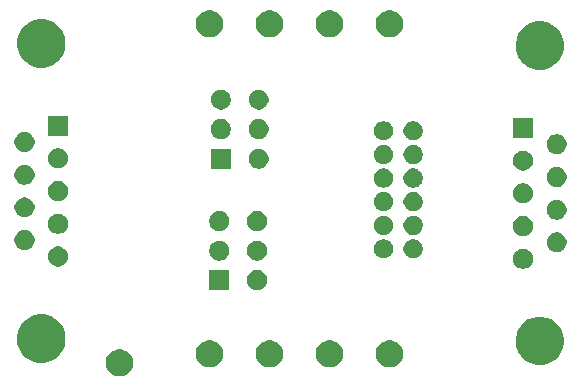
<source format=gbr>
G04 #@! TF.GenerationSoftware,KiCad,Pcbnew,(5.0.1)-rc2*
G04 #@! TF.CreationDate,2019-06-29T00:56:30-07:00*
G04 #@! TF.ProjectId,DB9_Switcher,4442395F53776974636865722E6B6963,rev?*
G04 #@! TF.SameCoordinates,Original*
G04 #@! TF.FileFunction,Soldermask,Top*
G04 #@! TF.FilePolarity,Negative*
%FSLAX46Y46*%
G04 Gerber Fmt 4.6, Leading zero omitted, Abs format (unit mm)*
G04 Created by KiCad (PCBNEW (5.0.1)-rc2) date 6/29/2019 12:56:30 AM*
%MOMM*%
%LPD*%
G01*
G04 APERTURE LIST*
%ADD10C,0.100000*%
G04 APERTURE END LIST*
D10*
G36*
X131653734Y-94651232D02*
X131863202Y-94737996D01*
X132051723Y-94863962D01*
X132212038Y-95024277D01*
X132338004Y-95212798D01*
X132424768Y-95422266D01*
X132469000Y-95644635D01*
X132469000Y-95871365D01*
X132424768Y-96093734D01*
X132338004Y-96303202D01*
X132212038Y-96491723D01*
X132051723Y-96652038D01*
X131863202Y-96778004D01*
X131653734Y-96864768D01*
X131431365Y-96909000D01*
X131204635Y-96909000D01*
X130982266Y-96864768D01*
X130772798Y-96778004D01*
X130584277Y-96652038D01*
X130423962Y-96491723D01*
X130297996Y-96303202D01*
X130211232Y-96093734D01*
X130167000Y-95871365D01*
X130167000Y-95644635D01*
X130211232Y-95422266D01*
X130297996Y-95212798D01*
X130423962Y-95024277D01*
X130584277Y-94863962D01*
X130772798Y-94737996D01*
X130982266Y-94651232D01*
X131204635Y-94607000D01*
X131431365Y-94607000D01*
X131653734Y-94651232D01*
X131653734Y-94651232D01*
G37*
G36*
X154513734Y-93889232D02*
X154723202Y-93975996D01*
X154911723Y-94101962D01*
X155072038Y-94262277D01*
X155198004Y-94450798D01*
X155284768Y-94660266D01*
X155329000Y-94882635D01*
X155329000Y-95109365D01*
X155284768Y-95331734D01*
X155198004Y-95541202D01*
X155072038Y-95729723D01*
X154911723Y-95890038D01*
X154723202Y-96016004D01*
X154513734Y-96102768D01*
X154291365Y-96147000D01*
X154064635Y-96147000D01*
X153842266Y-96102768D01*
X153632798Y-96016004D01*
X153444277Y-95890038D01*
X153283962Y-95729723D01*
X153157996Y-95541202D01*
X153071232Y-95331734D01*
X153027000Y-95109365D01*
X153027000Y-94882635D01*
X153071232Y-94660266D01*
X153157996Y-94450798D01*
X153283962Y-94262277D01*
X153444277Y-94101962D01*
X153632798Y-93975996D01*
X153842266Y-93889232D01*
X154064635Y-93845000D01*
X154291365Y-93845000D01*
X154513734Y-93889232D01*
X154513734Y-93889232D01*
G37*
G36*
X139273734Y-93889232D02*
X139483202Y-93975996D01*
X139671723Y-94101962D01*
X139832038Y-94262277D01*
X139958004Y-94450798D01*
X140044768Y-94660266D01*
X140089000Y-94882635D01*
X140089000Y-95109365D01*
X140044768Y-95331734D01*
X139958004Y-95541202D01*
X139832038Y-95729723D01*
X139671723Y-95890038D01*
X139483202Y-96016004D01*
X139273734Y-96102768D01*
X139051365Y-96147000D01*
X138824635Y-96147000D01*
X138602266Y-96102768D01*
X138392798Y-96016004D01*
X138204277Y-95890038D01*
X138043962Y-95729723D01*
X137917996Y-95541202D01*
X137831232Y-95331734D01*
X137787000Y-95109365D01*
X137787000Y-94882635D01*
X137831232Y-94660266D01*
X137917996Y-94450798D01*
X138043962Y-94262277D01*
X138204277Y-94101962D01*
X138392798Y-93975996D01*
X138602266Y-93889232D01*
X138824635Y-93845000D01*
X139051365Y-93845000D01*
X139273734Y-93889232D01*
X139273734Y-93889232D01*
G37*
G36*
X149433734Y-93889232D02*
X149643202Y-93975996D01*
X149831723Y-94101962D01*
X149992038Y-94262277D01*
X150118004Y-94450798D01*
X150204768Y-94660266D01*
X150249000Y-94882635D01*
X150249000Y-95109365D01*
X150204768Y-95331734D01*
X150118004Y-95541202D01*
X149992038Y-95729723D01*
X149831723Y-95890038D01*
X149643202Y-96016004D01*
X149433734Y-96102768D01*
X149211365Y-96147000D01*
X148984635Y-96147000D01*
X148762266Y-96102768D01*
X148552798Y-96016004D01*
X148364277Y-95890038D01*
X148203962Y-95729723D01*
X148077996Y-95541202D01*
X147991232Y-95331734D01*
X147947000Y-95109365D01*
X147947000Y-94882635D01*
X147991232Y-94660266D01*
X148077996Y-94450798D01*
X148203962Y-94262277D01*
X148364277Y-94101962D01*
X148552798Y-93975996D01*
X148762266Y-93889232D01*
X148984635Y-93845000D01*
X149211365Y-93845000D01*
X149433734Y-93889232D01*
X149433734Y-93889232D01*
G37*
G36*
X144353734Y-93889232D02*
X144563202Y-93975996D01*
X144751723Y-94101962D01*
X144912038Y-94262277D01*
X145038004Y-94450798D01*
X145124768Y-94660266D01*
X145169000Y-94882635D01*
X145169000Y-95109365D01*
X145124768Y-95331734D01*
X145038004Y-95541202D01*
X144912038Y-95729723D01*
X144751723Y-95890038D01*
X144563202Y-96016004D01*
X144353734Y-96102768D01*
X144131365Y-96147000D01*
X143904635Y-96147000D01*
X143682266Y-96102768D01*
X143472798Y-96016004D01*
X143284277Y-95890038D01*
X143123962Y-95729723D01*
X142997996Y-95541202D01*
X142911232Y-95331734D01*
X142867000Y-95109365D01*
X142867000Y-94882635D01*
X142911232Y-94660266D01*
X142997996Y-94450798D01*
X143123962Y-94262277D01*
X143284277Y-94101962D01*
X143472798Y-93975996D01*
X143682266Y-93889232D01*
X143904635Y-93845000D01*
X144131365Y-93845000D01*
X144353734Y-93889232D01*
X144353734Y-93889232D01*
G37*
G36*
X167499252Y-91950318D02*
X167499254Y-91950319D01*
X167499255Y-91950319D01*
X167872513Y-92104927D01*
X167872514Y-92104928D01*
X168208439Y-92329386D01*
X168494114Y-92615061D01*
X168494116Y-92615064D01*
X168718573Y-92950987D01*
X168873181Y-93324245D01*
X168873182Y-93324248D01*
X168952000Y-93720493D01*
X168952000Y-94124507D01*
X168887097Y-94450798D01*
X168873181Y-94520755D01*
X168718573Y-94894013D01*
X168718572Y-94894014D01*
X168494114Y-95229939D01*
X168208439Y-95515614D01*
X168208436Y-95515616D01*
X167872513Y-95740073D01*
X167499255Y-95894681D01*
X167499254Y-95894681D01*
X167499252Y-95894682D01*
X167103007Y-95973500D01*
X166698993Y-95973500D01*
X166302748Y-95894682D01*
X166302746Y-95894681D01*
X166302745Y-95894681D01*
X165929487Y-95740073D01*
X165593564Y-95515616D01*
X165593561Y-95515614D01*
X165307886Y-95229939D01*
X165083428Y-94894014D01*
X165083427Y-94894013D01*
X164928819Y-94520755D01*
X164914904Y-94450798D01*
X164850000Y-94124507D01*
X164850000Y-93720493D01*
X164928818Y-93324248D01*
X164928819Y-93324245D01*
X165083427Y-92950987D01*
X165307884Y-92615064D01*
X165307886Y-92615061D01*
X165593561Y-92329386D01*
X165929486Y-92104928D01*
X165929487Y-92104927D01*
X166302745Y-91950319D01*
X166302746Y-91950319D01*
X166302748Y-91950318D01*
X166698993Y-91871500D01*
X167103007Y-91871500D01*
X167499252Y-91950318D01*
X167499252Y-91950318D01*
G37*
G36*
X125289252Y-91759818D02*
X125289254Y-91759819D01*
X125289255Y-91759819D01*
X125662513Y-91914427D01*
X125716229Y-91950319D01*
X125998439Y-92138886D01*
X126284114Y-92424561D01*
X126284116Y-92424564D01*
X126508573Y-92760487D01*
X126587480Y-92950986D01*
X126663182Y-93133748D01*
X126742000Y-93529993D01*
X126742000Y-93934007D01*
X126708592Y-94101962D01*
X126663181Y-94330255D01*
X126508573Y-94703513D01*
X126381285Y-94894013D01*
X126284114Y-95039439D01*
X125998439Y-95325114D01*
X125998436Y-95325116D01*
X125662513Y-95549573D01*
X125289255Y-95704181D01*
X125289254Y-95704181D01*
X125289252Y-95704182D01*
X124893007Y-95783000D01*
X124488993Y-95783000D01*
X124092748Y-95704182D01*
X124092746Y-95704181D01*
X124092745Y-95704181D01*
X123719487Y-95549573D01*
X123383564Y-95325116D01*
X123383561Y-95325114D01*
X123097886Y-95039439D01*
X123000715Y-94894013D01*
X122873427Y-94703513D01*
X122718819Y-94330255D01*
X122673409Y-94101962D01*
X122640000Y-93934007D01*
X122640000Y-93529993D01*
X122718818Y-93133748D01*
X122794520Y-92950986D01*
X122873427Y-92760487D01*
X123097884Y-92424564D01*
X123097886Y-92424561D01*
X123383561Y-92138886D01*
X123665771Y-91950319D01*
X123719487Y-91914427D01*
X124092745Y-91759819D01*
X124092746Y-91759819D01*
X124092748Y-91759818D01*
X124488993Y-91681000D01*
X124893007Y-91681000D01*
X125289252Y-91759818D01*
X125289252Y-91759818D01*
G37*
G36*
X140614500Y-89624000D02*
X138912500Y-89624000D01*
X138912500Y-87922000D01*
X140614500Y-87922000D01*
X140614500Y-89624000D01*
X140614500Y-89624000D01*
G37*
G36*
X143211728Y-87954703D02*
X143366600Y-88018853D01*
X143505981Y-88111985D01*
X143624515Y-88230519D01*
X143717647Y-88369900D01*
X143781797Y-88524772D01*
X143814500Y-88689184D01*
X143814500Y-88856816D01*
X143781797Y-89021228D01*
X143717647Y-89176100D01*
X143624515Y-89315481D01*
X143505981Y-89434015D01*
X143366600Y-89527147D01*
X143211728Y-89591297D01*
X143047316Y-89624000D01*
X142879684Y-89624000D01*
X142715272Y-89591297D01*
X142560400Y-89527147D01*
X142421019Y-89434015D01*
X142302485Y-89315481D01*
X142209353Y-89176100D01*
X142145203Y-89021228D01*
X142112500Y-88856816D01*
X142112500Y-88689184D01*
X142145203Y-88524772D01*
X142209353Y-88369900D01*
X142302485Y-88230519D01*
X142421019Y-88111985D01*
X142560400Y-88018853D01*
X142715272Y-87954703D01*
X142879684Y-87922000D01*
X143047316Y-87922000D01*
X143211728Y-87954703D01*
X143211728Y-87954703D01*
G37*
G36*
X165729228Y-86144203D02*
X165884100Y-86208353D01*
X166023481Y-86301485D01*
X166142015Y-86420019D01*
X166235147Y-86559400D01*
X166299297Y-86714272D01*
X166332000Y-86878684D01*
X166332000Y-87046316D01*
X166299297Y-87210728D01*
X166235147Y-87365600D01*
X166142015Y-87504981D01*
X166023481Y-87623515D01*
X165884100Y-87716647D01*
X165729228Y-87780797D01*
X165564816Y-87813500D01*
X165397184Y-87813500D01*
X165232772Y-87780797D01*
X165077900Y-87716647D01*
X164938519Y-87623515D01*
X164819985Y-87504981D01*
X164726853Y-87365600D01*
X164662703Y-87210728D01*
X164630000Y-87046316D01*
X164630000Y-86878684D01*
X164662703Y-86714272D01*
X164726853Y-86559400D01*
X164819985Y-86420019D01*
X164938519Y-86301485D01*
X165077900Y-86208353D01*
X165232772Y-86144203D01*
X165397184Y-86111500D01*
X165564816Y-86111500D01*
X165729228Y-86144203D01*
X165729228Y-86144203D01*
G37*
G36*
X126359228Y-85953703D02*
X126514100Y-86017853D01*
X126653481Y-86110985D01*
X126772015Y-86229519D01*
X126865147Y-86368900D01*
X126929297Y-86523772D01*
X126962000Y-86688184D01*
X126962000Y-86855816D01*
X126929297Y-87020228D01*
X126865147Y-87175100D01*
X126772015Y-87314481D01*
X126653481Y-87433015D01*
X126514100Y-87526147D01*
X126359228Y-87590297D01*
X126194816Y-87623000D01*
X126027184Y-87623000D01*
X125862772Y-87590297D01*
X125707900Y-87526147D01*
X125568519Y-87433015D01*
X125449985Y-87314481D01*
X125356853Y-87175100D01*
X125292703Y-87020228D01*
X125260000Y-86855816D01*
X125260000Y-86688184D01*
X125292703Y-86523772D01*
X125356853Y-86368900D01*
X125449985Y-86229519D01*
X125568519Y-86110985D01*
X125707900Y-86017853D01*
X125862772Y-85953703D01*
X126027184Y-85921000D01*
X126194816Y-85921000D01*
X126359228Y-85953703D01*
X126359228Y-85953703D01*
G37*
G36*
X143211728Y-85454703D02*
X143366600Y-85518853D01*
X143505981Y-85611985D01*
X143624515Y-85730519D01*
X143717647Y-85869900D01*
X143781797Y-86024772D01*
X143814500Y-86189184D01*
X143814500Y-86356816D01*
X143781797Y-86521228D01*
X143717647Y-86676100D01*
X143624515Y-86815481D01*
X143505981Y-86934015D01*
X143366600Y-87027147D01*
X143211728Y-87091297D01*
X143047316Y-87124000D01*
X142879684Y-87124000D01*
X142715272Y-87091297D01*
X142560400Y-87027147D01*
X142421019Y-86934015D01*
X142302485Y-86815481D01*
X142209353Y-86676100D01*
X142145203Y-86521228D01*
X142112500Y-86356816D01*
X142112500Y-86189184D01*
X142145203Y-86024772D01*
X142209353Y-85869900D01*
X142302485Y-85730519D01*
X142421019Y-85611985D01*
X142560400Y-85518853D01*
X142715272Y-85454703D01*
X142879684Y-85422000D01*
X143047316Y-85422000D01*
X143211728Y-85454703D01*
X143211728Y-85454703D01*
G37*
G36*
X140011728Y-85454703D02*
X140166600Y-85518853D01*
X140305981Y-85611985D01*
X140424515Y-85730519D01*
X140517647Y-85869900D01*
X140581797Y-86024772D01*
X140614500Y-86189184D01*
X140614500Y-86356816D01*
X140581797Y-86521228D01*
X140517647Y-86676100D01*
X140424515Y-86815481D01*
X140305981Y-86934015D01*
X140166600Y-87027147D01*
X140011728Y-87091297D01*
X139847316Y-87124000D01*
X139679684Y-87124000D01*
X139515272Y-87091297D01*
X139360400Y-87027147D01*
X139221019Y-86934015D01*
X139102485Y-86815481D01*
X139009353Y-86676100D01*
X138945203Y-86521228D01*
X138912500Y-86356816D01*
X138912500Y-86189184D01*
X138945203Y-86024772D01*
X139009353Y-85869900D01*
X139102485Y-85730519D01*
X139221019Y-85611985D01*
X139360400Y-85518853D01*
X139515272Y-85454703D01*
X139679684Y-85422000D01*
X139847316Y-85422000D01*
X140011728Y-85454703D01*
X140011728Y-85454703D01*
G37*
G36*
X156407142Y-85346742D02*
X156555102Y-85408030D01*
X156622130Y-85452817D01*
X156688257Y-85497001D01*
X156801499Y-85610243D01*
X156818193Y-85635228D01*
X156890470Y-85743398D01*
X156951758Y-85891358D01*
X156983000Y-86048425D01*
X156983000Y-86208575D01*
X156951758Y-86365642D01*
X156890470Y-86513602D01*
X156801498Y-86646758D01*
X156688258Y-86759998D01*
X156555102Y-86848970D01*
X156407142Y-86910258D01*
X156250075Y-86941500D01*
X156089925Y-86941500D01*
X155932858Y-86910258D01*
X155784898Y-86848970D01*
X155651742Y-86759998D01*
X155538502Y-86646758D01*
X155449530Y-86513602D01*
X155388242Y-86365642D01*
X155357000Y-86208575D01*
X155357000Y-86048425D01*
X155388242Y-85891358D01*
X155449530Y-85743398D01*
X155521807Y-85635228D01*
X155538501Y-85610243D01*
X155651743Y-85497001D01*
X155717870Y-85452817D01*
X155784898Y-85408030D01*
X155932858Y-85346742D01*
X156089925Y-85315500D01*
X156250075Y-85315500D01*
X156407142Y-85346742D01*
X156407142Y-85346742D01*
G37*
G36*
X153907142Y-85346742D02*
X154055102Y-85408030D01*
X154122130Y-85452817D01*
X154188257Y-85497001D01*
X154301499Y-85610243D01*
X154318193Y-85635228D01*
X154390470Y-85743398D01*
X154451758Y-85891358D01*
X154483000Y-86048425D01*
X154483000Y-86208575D01*
X154451758Y-86365642D01*
X154390470Y-86513602D01*
X154301498Y-86646758D01*
X154188258Y-86759998D01*
X154055102Y-86848970D01*
X153907142Y-86910258D01*
X153750075Y-86941500D01*
X153589925Y-86941500D01*
X153432858Y-86910258D01*
X153284898Y-86848970D01*
X153151742Y-86759998D01*
X153038502Y-86646758D01*
X152949530Y-86513602D01*
X152888242Y-86365642D01*
X152857000Y-86208575D01*
X152857000Y-86048425D01*
X152888242Y-85891358D01*
X152949530Y-85743398D01*
X153021807Y-85635228D01*
X153038501Y-85610243D01*
X153151743Y-85497001D01*
X153217870Y-85452817D01*
X153284898Y-85408030D01*
X153432858Y-85346742D01*
X153589925Y-85315500D01*
X153750075Y-85315500D01*
X153907142Y-85346742D01*
X153907142Y-85346742D01*
G37*
G36*
X168569228Y-84759203D02*
X168724100Y-84823353D01*
X168863481Y-84916485D01*
X168982015Y-85035019D01*
X169075147Y-85174400D01*
X169139297Y-85329272D01*
X169172000Y-85493684D01*
X169172000Y-85661316D01*
X169139297Y-85825728D01*
X169075147Y-85980600D01*
X168982015Y-86119981D01*
X168863481Y-86238515D01*
X168724100Y-86331647D01*
X168569228Y-86395797D01*
X168404816Y-86428500D01*
X168237184Y-86428500D01*
X168072772Y-86395797D01*
X167917900Y-86331647D01*
X167778519Y-86238515D01*
X167659985Y-86119981D01*
X167566853Y-85980600D01*
X167502703Y-85825728D01*
X167470000Y-85661316D01*
X167470000Y-85493684D01*
X167502703Y-85329272D01*
X167566853Y-85174400D01*
X167659985Y-85035019D01*
X167778519Y-84916485D01*
X167917900Y-84823353D01*
X168072772Y-84759203D01*
X168237184Y-84726500D01*
X168404816Y-84726500D01*
X168569228Y-84759203D01*
X168569228Y-84759203D01*
G37*
G36*
X123519228Y-84568703D02*
X123674100Y-84632853D01*
X123813481Y-84725985D01*
X123932015Y-84844519D01*
X124025147Y-84983900D01*
X124089297Y-85138772D01*
X124122000Y-85303184D01*
X124122000Y-85470816D01*
X124089297Y-85635228D01*
X124025147Y-85790100D01*
X123932015Y-85929481D01*
X123813481Y-86048015D01*
X123674100Y-86141147D01*
X123519228Y-86205297D01*
X123354816Y-86238000D01*
X123187184Y-86238000D01*
X123022772Y-86205297D01*
X122867900Y-86141147D01*
X122728519Y-86048015D01*
X122609985Y-85929481D01*
X122516853Y-85790100D01*
X122452703Y-85635228D01*
X122420000Y-85470816D01*
X122420000Y-85303184D01*
X122452703Y-85138772D01*
X122516853Y-84983900D01*
X122609985Y-84844519D01*
X122728519Y-84725985D01*
X122867900Y-84632853D01*
X123022772Y-84568703D01*
X123187184Y-84536000D01*
X123354816Y-84536000D01*
X123519228Y-84568703D01*
X123519228Y-84568703D01*
G37*
G36*
X165729228Y-83374203D02*
X165884100Y-83438353D01*
X166023481Y-83531485D01*
X166142015Y-83650019D01*
X166235147Y-83789400D01*
X166299297Y-83944272D01*
X166332000Y-84108684D01*
X166332000Y-84276316D01*
X166299297Y-84440728D01*
X166235147Y-84595600D01*
X166142015Y-84734981D01*
X166023481Y-84853515D01*
X165884100Y-84946647D01*
X165729228Y-85010797D01*
X165564816Y-85043500D01*
X165397184Y-85043500D01*
X165232772Y-85010797D01*
X165077900Y-84946647D01*
X164938519Y-84853515D01*
X164819985Y-84734981D01*
X164726853Y-84595600D01*
X164662703Y-84440728D01*
X164630000Y-84276316D01*
X164630000Y-84108684D01*
X164662703Y-83944272D01*
X164726853Y-83789400D01*
X164819985Y-83650019D01*
X164938519Y-83531485D01*
X165077900Y-83438353D01*
X165232772Y-83374203D01*
X165397184Y-83341500D01*
X165564816Y-83341500D01*
X165729228Y-83374203D01*
X165729228Y-83374203D01*
G37*
G36*
X156407142Y-83346742D02*
X156555102Y-83408030D01*
X156600485Y-83438354D01*
X156644854Y-83468000D01*
X156688258Y-83497002D01*
X156801498Y-83610242D01*
X156890470Y-83743398D01*
X156951758Y-83891358D01*
X156983000Y-84048425D01*
X156983000Y-84208575D01*
X156951758Y-84365642D01*
X156890470Y-84513602D01*
X156875504Y-84536000D01*
X156810789Y-84632854D01*
X156801498Y-84646758D01*
X156688258Y-84759998D01*
X156555102Y-84848970D01*
X156407142Y-84910258D01*
X156250075Y-84941500D01*
X156089925Y-84941500D01*
X155932858Y-84910258D01*
X155784898Y-84848970D01*
X155651742Y-84759998D01*
X155538502Y-84646758D01*
X155529212Y-84632854D01*
X155464496Y-84536000D01*
X155449530Y-84513602D01*
X155388242Y-84365642D01*
X155357000Y-84208575D01*
X155357000Y-84048425D01*
X155388242Y-83891358D01*
X155449530Y-83743398D01*
X155538502Y-83610242D01*
X155651742Y-83497002D01*
X155695147Y-83468000D01*
X155739515Y-83438354D01*
X155784898Y-83408030D01*
X155932858Y-83346742D01*
X156089925Y-83315500D01*
X156250075Y-83315500D01*
X156407142Y-83346742D01*
X156407142Y-83346742D01*
G37*
G36*
X153907142Y-83346742D02*
X154055102Y-83408030D01*
X154100485Y-83438354D01*
X154144854Y-83468000D01*
X154188258Y-83497002D01*
X154301498Y-83610242D01*
X154390470Y-83743398D01*
X154451758Y-83891358D01*
X154483000Y-84048425D01*
X154483000Y-84208575D01*
X154451758Y-84365642D01*
X154390470Y-84513602D01*
X154375504Y-84536000D01*
X154310789Y-84632854D01*
X154301498Y-84646758D01*
X154188258Y-84759998D01*
X154055102Y-84848970D01*
X153907142Y-84910258D01*
X153750075Y-84941500D01*
X153589925Y-84941500D01*
X153432858Y-84910258D01*
X153284898Y-84848970D01*
X153151742Y-84759998D01*
X153038502Y-84646758D01*
X153029212Y-84632854D01*
X152964496Y-84536000D01*
X152949530Y-84513602D01*
X152888242Y-84365642D01*
X152857000Y-84208575D01*
X152857000Y-84048425D01*
X152888242Y-83891358D01*
X152949530Y-83743398D01*
X153038502Y-83610242D01*
X153151742Y-83497002D01*
X153195147Y-83468000D01*
X153239515Y-83438354D01*
X153284898Y-83408030D01*
X153432858Y-83346742D01*
X153589925Y-83315500D01*
X153750075Y-83315500D01*
X153907142Y-83346742D01*
X153907142Y-83346742D01*
G37*
G36*
X126359228Y-83183703D02*
X126514100Y-83247853D01*
X126653481Y-83340985D01*
X126772015Y-83459519D01*
X126865147Y-83598900D01*
X126929297Y-83753772D01*
X126962000Y-83918184D01*
X126962000Y-84085816D01*
X126929297Y-84250228D01*
X126865147Y-84405100D01*
X126772015Y-84544481D01*
X126653481Y-84663015D01*
X126514100Y-84756147D01*
X126359228Y-84820297D01*
X126194816Y-84853000D01*
X126027184Y-84853000D01*
X125862772Y-84820297D01*
X125707900Y-84756147D01*
X125568519Y-84663015D01*
X125449985Y-84544481D01*
X125356853Y-84405100D01*
X125292703Y-84250228D01*
X125260000Y-84085816D01*
X125260000Y-83918184D01*
X125292703Y-83753772D01*
X125356853Y-83598900D01*
X125449985Y-83459519D01*
X125568519Y-83340985D01*
X125707900Y-83247853D01*
X125862772Y-83183703D01*
X126027184Y-83151000D01*
X126194816Y-83151000D01*
X126359228Y-83183703D01*
X126359228Y-83183703D01*
G37*
G36*
X140011728Y-82954703D02*
X140166600Y-83018853D01*
X140305981Y-83111985D01*
X140424515Y-83230519D01*
X140517647Y-83369900D01*
X140581797Y-83524772D01*
X140614500Y-83689184D01*
X140614500Y-83856816D01*
X140581797Y-84021228D01*
X140517647Y-84176100D01*
X140424515Y-84315481D01*
X140305981Y-84434015D01*
X140166600Y-84527147D01*
X140011728Y-84591297D01*
X139847316Y-84624000D01*
X139679684Y-84624000D01*
X139515272Y-84591297D01*
X139360400Y-84527147D01*
X139221019Y-84434015D01*
X139102485Y-84315481D01*
X139009353Y-84176100D01*
X138945203Y-84021228D01*
X138912500Y-83856816D01*
X138912500Y-83689184D01*
X138945203Y-83524772D01*
X139009353Y-83369900D01*
X139102485Y-83230519D01*
X139221019Y-83111985D01*
X139360400Y-83018853D01*
X139515272Y-82954703D01*
X139679684Y-82922000D01*
X139847316Y-82922000D01*
X140011728Y-82954703D01*
X140011728Y-82954703D01*
G37*
G36*
X143211728Y-82954703D02*
X143366600Y-83018853D01*
X143505981Y-83111985D01*
X143624515Y-83230519D01*
X143717647Y-83369900D01*
X143781797Y-83524772D01*
X143814500Y-83689184D01*
X143814500Y-83856816D01*
X143781797Y-84021228D01*
X143717647Y-84176100D01*
X143624515Y-84315481D01*
X143505981Y-84434015D01*
X143366600Y-84527147D01*
X143211728Y-84591297D01*
X143047316Y-84624000D01*
X142879684Y-84624000D01*
X142715272Y-84591297D01*
X142560400Y-84527147D01*
X142421019Y-84434015D01*
X142302485Y-84315481D01*
X142209353Y-84176100D01*
X142145203Y-84021228D01*
X142112500Y-83856816D01*
X142112500Y-83689184D01*
X142145203Y-83524772D01*
X142209353Y-83369900D01*
X142302485Y-83230519D01*
X142421019Y-83111985D01*
X142560400Y-83018853D01*
X142715272Y-82954703D01*
X142879684Y-82922000D01*
X143047316Y-82922000D01*
X143211728Y-82954703D01*
X143211728Y-82954703D01*
G37*
G36*
X168569228Y-81989203D02*
X168724100Y-82053353D01*
X168863481Y-82146485D01*
X168982015Y-82265019D01*
X169075147Y-82404400D01*
X169139297Y-82559272D01*
X169172000Y-82723684D01*
X169172000Y-82891316D01*
X169139297Y-83055728D01*
X169075147Y-83210600D01*
X168982015Y-83349981D01*
X168863481Y-83468515D01*
X168724100Y-83561647D01*
X168569228Y-83625797D01*
X168404816Y-83658500D01*
X168237184Y-83658500D01*
X168072772Y-83625797D01*
X167917900Y-83561647D01*
X167778519Y-83468515D01*
X167659985Y-83349981D01*
X167566853Y-83210600D01*
X167502703Y-83055728D01*
X167470000Y-82891316D01*
X167470000Y-82723684D01*
X167502703Y-82559272D01*
X167566853Y-82404400D01*
X167659985Y-82265019D01*
X167778519Y-82146485D01*
X167917900Y-82053353D01*
X168072772Y-81989203D01*
X168237184Y-81956500D01*
X168404816Y-81956500D01*
X168569228Y-81989203D01*
X168569228Y-81989203D01*
G37*
G36*
X123519228Y-81798703D02*
X123674100Y-81862853D01*
X123813481Y-81955985D01*
X123932015Y-82074519D01*
X124025147Y-82213900D01*
X124089297Y-82368772D01*
X124122000Y-82533184D01*
X124122000Y-82700816D01*
X124089297Y-82865228D01*
X124025147Y-83020100D01*
X123932015Y-83159481D01*
X123813481Y-83278015D01*
X123674100Y-83371147D01*
X123519228Y-83435297D01*
X123354816Y-83468000D01*
X123187184Y-83468000D01*
X123022772Y-83435297D01*
X122867900Y-83371147D01*
X122728519Y-83278015D01*
X122609985Y-83159481D01*
X122516853Y-83020100D01*
X122452703Y-82865228D01*
X122420000Y-82700816D01*
X122420000Y-82533184D01*
X122452703Y-82368772D01*
X122516853Y-82213900D01*
X122609985Y-82074519D01*
X122728519Y-81955985D01*
X122867900Y-81862853D01*
X123022772Y-81798703D01*
X123187184Y-81766000D01*
X123354816Y-81766000D01*
X123519228Y-81798703D01*
X123519228Y-81798703D01*
G37*
G36*
X156407142Y-81346742D02*
X156555102Y-81408030D01*
X156688258Y-81497002D01*
X156801498Y-81610242D01*
X156890470Y-81743398D01*
X156951758Y-81891358D01*
X156983000Y-82048425D01*
X156983000Y-82208575D01*
X156951758Y-82365642D01*
X156890470Y-82513602D01*
X156801498Y-82646758D01*
X156688258Y-82759998D01*
X156555102Y-82848970D01*
X156407142Y-82910258D01*
X156250075Y-82941500D01*
X156089925Y-82941500D01*
X155932858Y-82910258D01*
X155784898Y-82848970D01*
X155651742Y-82759998D01*
X155538502Y-82646758D01*
X155449530Y-82513602D01*
X155388242Y-82365642D01*
X155357000Y-82208575D01*
X155357000Y-82048425D01*
X155388242Y-81891358D01*
X155449530Y-81743398D01*
X155538502Y-81610242D01*
X155651742Y-81497002D01*
X155784898Y-81408030D01*
X155932858Y-81346742D01*
X156089925Y-81315500D01*
X156250075Y-81315500D01*
X156407142Y-81346742D01*
X156407142Y-81346742D01*
G37*
G36*
X153907142Y-81346742D02*
X154055102Y-81408030D01*
X154188258Y-81497002D01*
X154301498Y-81610242D01*
X154390470Y-81743398D01*
X154451758Y-81891358D01*
X154483000Y-82048425D01*
X154483000Y-82208575D01*
X154451758Y-82365642D01*
X154390470Y-82513602D01*
X154301498Y-82646758D01*
X154188258Y-82759998D01*
X154055102Y-82848970D01*
X153907142Y-82910258D01*
X153750075Y-82941500D01*
X153589925Y-82941500D01*
X153432858Y-82910258D01*
X153284898Y-82848970D01*
X153151742Y-82759998D01*
X153038502Y-82646758D01*
X152949530Y-82513602D01*
X152888242Y-82365642D01*
X152857000Y-82208575D01*
X152857000Y-82048425D01*
X152888242Y-81891358D01*
X152949530Y-81743398D01*
X153038502Y-81610242D01*
X153151742Y-81497002D01*
X153284898Y-81408030D01*
X153432858Y-81346742D01*
X153589925Y-81315500D01*
X153750075Y-81315500D01*
X153907142Y-81346742D01*
X153907142Y-81346742D01*
G37*
G36*
X165729228Y-80604203D02*
X165884100Y-80668353D01*
X166023481Y-80761485D01*
X166142015Y-80880019D01*
X166235147Y-81019400D01*
X166299297Y-81174272D01*
X166332000Y-81338684D01*
X166332000Y-81506316D01*
X166299297Y-81670728D01*
X166235147Y-81825600D01*
X166142015Y-81964981D01*
X166023481Y-82083515D01*
X165884100Y-82176647D01*
X165729228Y-82240797D01*
X165564816Y-82273500D01*
X165397184Y-82273500D01*
X165232772Y-82240797D01*
X165077900Y-82176647D01*
X164938519Y-82083515D01*
X164819985Y-81964981D01*
X164726853Y-81825600D01*
X164662703Y-81670728D01*
X164630000Y-81506316D01*
X164630000Y-81338684D01*
X164662703Y-81174272D01*
X164726853Y-81019400D01*
X164819985Y-80880019D01*
X164938519Y-80761485D01*
X165077900Y-80668353D01*
X165232772Y-80604203D01*
X165397184Y-80571500D01*
X165564816Y-80571500D01*
X165729228Y-80604203D01*
X165729228Y-80604203D01*
G37*
G36*
X126359228Y-80413703D02*
X126514100Y-80477853D01*
X126653481Y-80570985D01*
X126772015Y-80689519D01*
X126865147Y-80828900D01*
X126929297Y-80983772D01*
X126962000Y-81148184D01*
X126962000Y-81315816D01*
X126929297Y-81480228D01*
X126865147Y-81635100D01*
X126772015Y-81774481D01*
X126653481Y-81893015D01*
X126514100Y-81986147D01*
X126359228Y-82050297D01*
X126194816Y-82083000D01*
X126027184Y-82083000D01*
X125862772Y-82050297D01*
X125707900Y-81986147D01*
X125568519Y-81893015D01*
X125449985Y-81774481D01*
X125356853Y-81635100D01*
X125292703Y-81480228D01*
X125260000Y-81315816D01*
X125260000Y-81148184D01*
X125292703Y-80983772D01*
X125356853Y-80828900D01*
X125449985Y-80689519D01*
X125568519Y-80570985D01*
X125707900Y-80477853D01*
X125862772Y-80413703D01*
X126027184Y-80381000D01*
X126194816Y-80381000D01*
X126359228Y-80413703D01*
X126359228Y-80413703D01*
G37*
G36*
X156407142Y-79346742D02*
X156478949Y-79376486D01*
X156551764Y-79406647D01*
X156555102Y-79408030D01*
X156608785Y-79443900D01*
X156685291Y-79495019D01*
X156688258Y-79497002D01*
X156801498Y-79610242D01*
X156890470Y-79743398D01*
X156951758Y-79891358D01*
X156983000Y-80048425D01*
X156983000Y-80208575D01*
X156951758Y-80365642D01*
X156920709Y-80440600D01*
X156890471Y-80513600D01*
X156801499Y-80646757D01*
X156688257Y-80759999D01*
X156640892Y-80791647D01*
X156555102Y-80848970D01*
X156555101Y-80848971D01*
X156555100Y-80848971D01*
X156521583Y-80862854D01*
X156407142Y-80910258D01*
X156250075Y-80941500D01*
X156089925Y-80941500D01*
X155932858Y-80910258D01*
X155818417Y-80862854D01*
X155784900Y-80848971D01*
X155784899Y-80848971D01*
X155784898Y-80848970D01*
X155699108Y-80791647D01*
X155651743Y-80759999D01*
X155538501Y-80646757D01*
X155449529Y-80513600D01*
X155419291Y-80440600D01*
X155388242Y-80365642D01*
X155357000Y-80208575D01*
X155357000Y-80048425D01*
X155388242Y-79891358D01*
X155449530Y-79743398D01*
X155538502Y-79610242D01*
X155651742Y-79497002D01*
X155654710Y-79495019D01*
X155731215Y-79443900D01*
X155784898Y-79408030D01*
X155788237Y-79406647D01*
X155861051Y-79376486D01*
X155932858Y-79346742D01*
X156089925Y-79315500D01*
X156250075Y-79315500D01*
X156407142Y-79346742D01*
X156407142Y-79346742D01*
G37*
G36*
X153907142Y-79346742D02*
X153978949Y-79376486D01*
X154051764Y-79406647D01*
X154055102Y-79408030D01*
X154108785Y-79443900D01*
X154185291Y-79495019D01*
X154188258Y-79497002D01*
X154301498Y-79610242D01*
X154390470Y-79743398D01*
X154451758Y-79891358D01*
X154483000Y-80048425D01*
X154483000Y-80208575D01*
X154451758Y-80365642D01*
X154420709Y-80440600D01*
X154390471Y-80513600D01*
X154301499Y-80646757D01*
X154188257Y-80759999D01*
X154140892Y-80791647D01*
X154055102Y-80848970D01*
X154055101Y-80848971D01*
X154055100Y-80848971D01*
X154021583Y-80862854D01*
X153907142Y-80910258D01*
X153750075Y-80941500D01*
X153589925Y-80941500D01*
X153432858Y-80910258D01*
X153318417Y-80862854D01*
X153284900Y-80848971D01*
X153284899Y-80848971D01*
X153284898Y-80848970D01*
X153199108Y-80791647D01*
X153151743Y-80759999D01*
X153038501Y-80646757D01*
X152949529Y-80513600D01*
X152919291Y-80440600D01*
X152888242Y-80365642D01*
X152857000Y-80208575D01*
X152857000Y-80048425D01*
X152888242Y-79891358D01*
X152949530Y-79743398D01*
X153038502Y-79610242D01*
X153151742Y-79497002D01*
X153154710Y-79495019D01*
X153231215Y-79443900D01*
X153284898Y-79408030D01*
X153288237Y-79406647D01*
X153361051Y-79376486D01*
X153432858Y-79346742D01*
X153589925Y-79315500D01*
X153750075Y-79315500D01*
X153907142Y-79346742D01*
X153907142Y-79346742D01*
G37*
G36*
X168569228Y-79219203D02*
X168724100Y-79283353D01*
X168863481Y-79376485D01*
X168982015Y-79495019D01*
X169075147Y-79634400D01*
X169139297Y-79789272D01*
X169172000Y-79953684D01*
X169172000Y-80121316D01*
X169139297Y-80285728D01*
X169075147Y-80440600D01*
X168982015Y-80579981D01*
X168863481Y-80698515D01*
X168724100Y-80791647D01*
X168569228Y-80855797D01*
X168404816Y-80888500D01*
X168237184Y-80888500D01*
X168072772Y-80855797D01*
X167917900Y-80791647D01*
X167778519Y-80698515D01*
X167659985Y-80579981D01*
X167566853Y-80440600D01*
X167502703Y-80285728D01*
X167470000Y-80121316D01*
X167470000Y-79953684D01*
X167502703Y-79789272D01*
X167566853Y-79634400D01*
X167659985Y-79495019D01*
X167778519Y-79376485D01*
X167917900Y-79283353D01*
X168072772Y-79219203D01*
X168237184Y-79186500D01*
X168404816Y-79186500D01*
X168569228Y-79219203D01*
X168569228Y-79219203D01*
G37*
G36*
X123519228Y-79028703D02*
X123674100Y-79092853D01*
X123813481Y-79185985D01*
X123932015Y-79304519D01*
X124025147Y-79443900D01*
X124089297Y-79598772D01*
X124122000Y-79763184D01*
X124122000Y-79930816D01*
X124089297Y-80095228D01*
X124025147Y-80250100D01*
X123932015Y-80389481D01*
X123813481Y-80508015D01*
X123674100Y-80601147D01*
X123519228Y-80665297D01*
X123354816Y-80698000D01*
X123187184Y-80698000D01*
X123022772Y-80665297D01*
X122867900Y-80601147D01*
X122728519Y-80508015D01*
X122609985Y-80389481D01*
X122516853Y-80250100D01*
X122452703Y-80095228D01*
X122420000Y-79930816D01*
X122420000Y-79763184D01*
X122452703Y-79598772D01*
X122516853Y-79443900D01*
X122609985Y-79304519D01*
X122728519Y-79185985D01*
X122867900Y-79092853D01*
X123022772Y-79028703D01*
X123187184Y-78996000D01*
X123354816Y-78996000D01*
X123519228Y-79028703D01*
X123519228Y-79028703D01*
G37*
G36*
X165729228Y-77834203D02*
X165884100Y-77898353D01*
X166023481Y-77991485D01*
X166142015Y-78110019D01*
X166235147Y-78249400D01*
X166299297Y-78404272D01*
X166332000Y-78568684D01*
X166332000Y-78736316D01*
X166299297Y-78900728D01*
X166235147Y-79055600D01*
X166142015Y-79194981D01*
X166023481Y-79313515D01*
X165884100Y-79406647D01*
X165729228Y-79470797D01*
X165564816Y-79503500D01*
X165397184Y-79503500D01*
X165232772Y-79470797D01*
X165077900Y-79406647D01*
X164938519Y-79313515D01*
X164819985Y-79194981D01*
X164726853Y-79055600D01*
X164662703Y-78900728D01*
X164630000Y-78736316D01*
X164630000Y-78568684D01*
X164662703Y-78404272D01*
X164726853Y-78249400D01*
X164819985Y-78110019D01*
X164938519Y-77991485D01*
X165077900Y-77898353D01*
X165232772Y-77834203D01*
X165397184Y-77801500D01*
X165564816Y-77801500D01*
X165729228Y-77834203D01*
X165729228Y-77834203D01*
G37*
G36*
X143338728Y-77667703D02*
X143493600Y-77731853D01*
X143632981Y-77824985D01*
X143751515Y-77943519D01*
X143844647Y-78082900D01*
X143908797Y-78237772D01*
X143941500Y-78402184D01*
X143941500Y-78569816D01*
X143908797Y-78734228D01*
X143844647Y-78889100D01*
X143751515Y-79028481D01*
X143632981Y-79147015D01*
X143493600Y-79240147D01*
X143338728Y-79304297D01*
X143174316Y-79337000D01*
X143006684Y-79337000D01*
X142842272Y-79304297D01*
X142687400Y-79240147D01*
X142548019Y-79147015D01*
X142429485Y-79028481D01*
X142336353Y-78889100D01*
X142272203Y-78734228D01*
X142239500Y-78569816D01*
X142239500Y-78402184D01*
X142272203Y-78237772D01*
X142336353Y-78082900D01*
X142429485Y-77943519D01*
X142548019Y-77824985D01*
X142687400Y-77731853D01*
X142842272Y-77667703D01*
X143006684Y-77635000D01*
X143174316Y-77635000D01*
X143338728Y-77667703D01*
X143338728Y-77667703D01*
G37*
G36*
X140741500Y-79337000D02*
X139039500Y-79337000D01*
X139039500Y-77635000D01*
X140741500Y-77635000D01*
X140741500Y-79337000D01*
X140741500Y-79337000D01*
G37*
G36*
X126359228Y-77643703D02*
X126514100Y-77707853D01*
X126653481Y-77800985D01*
X126772015Y-77919519D01*
X126865147Y-78058900D01*
X126929297Y-78213772D01*
X126962000Y-78378184D01*
X126962000Y-78545816D01*
X126929297Y-78710228D01*
X126865147Y-78865100D01*
X126772015Y-79004481D01*
X126653481Y-79123015D01*
X126514100Y-79216147D01*
X126359228Y-79280297D01*
X126194816Y-79313000D01*
X126027184Y-79313000D01*
X125862772Y-79280297D01*
X125707900Y-79216147D01*
X125568519Y-79123015D01*
X125449985Y-79004481D01*
X125356853Y-78865100D01*
X125292703Y-78710228D01*
X125260000Y-78545816D01*
X125260000Y-78378184D01*
X125292703Y-78213772D01*
X125356853Y-78058900D01*
X125449985Y-77919519D01*
X125568519Y-77800985D01*
X125707900Y-77707853D01*
X125862772Y-77643703D01*
X126027184Y-77611000D01*
X126194816Y-77611000D01*
X126359228Y-77643703D01*
X126359228Y-77643703D01*
G37*
G36*
X153907142Y-77346742D02*
X154055102Y-77408030D01*
X154122130Y-77452817D01*
X154188257Y-77497001D01*
X154301499Y-77610243D01*
X154318041Y-77635000D01*
X154390470Y-77743398D01*
X154451758Y-77891358D01*
X154483000Y-78048425D01*
X154483000Y-78208575D01*
X154451758Y-78365642D01*
X154390470Y-78513602D01*
X154301498Y-78646758D01*
X154188258Y-78759998D01*
X154055102Y-78848970D01*
X153907142Y-78910258D01*
X153750075Y-78941500D01*
X153589925Y-78941500D01*
X153432858Y-78910258D01*
X153284898Y-78848970D01*
X153151742Y-78759998D01*
X153038502Y-78646758D01*
X152949530Y-78513602D01*
X152888242Y-78365642D01*
X152857000Y-78208575D01*
X152857000Y-78048425D01*
X152888242Y-77891358D01*
X152949530Y-77743398D01*
X153021959Y-77635000D01*
X153038501Y-77610243D01*
X153151743Y-77497001D01*
X153217870Y-77452817D01*
X153284898Y-77408030D01*
X153432858Y-77346742D01*
X153589925Y-77315500D01*
X153750075Y-77315500D01*
X153907142Y-77346742D01*
X153907142Y-77346742D01*
G37*
G36*
X156407142Y-77346742D02*
X156555102Y-77408030D01*
X156622130Y-77452817D01*
X156688257Y-77497001D01*
X156801499Y-77610243D01*
X156818041Y-77635000D01*
X156890470Y-77743398D01*
X156951758Y-77891358D01*
X156983000Y-78048425D01*
X156983000Y-78208575D01*
X156951758Y-78365642D01*
X156890470Y-78513602D01*
X156801498Y-78646758D01*
X156688258Y-78759998D01*
X156555102Y-78848970D01*
X156407142Y-78910258D01*
X156250075Y-78941500D01*
X156089925Y-78941500D01*
X155932858Y-78910258D01*
X155784898Y-78848970D01*
X155651742Y-78759998D01*
X155538502Y-78646758D01*
X155449530Y-78513602D01*
X155388242Y-78365642D01*
X155357000Y-78208575D01*
X155357000Y-78048425D01*
X155388242Y-77891358D01*
X155449530Y-77743398D01*
X155521959Y-77635000D01*
X155538501Y-77610243D01*
X155651743Y-77497001D01*
X155717870Y-77452817D01*
X155784898Y-77408030D01*
X155932858Y-77346742D01*
X156089925Y-77315500D01*
X156250075Y-77315500D01*
X156407142Y-77346742D01*
X156407142Y-77346742D01*
G37*
G36*
X168569228Y-76449203D02*
X168724100Y-76513353D01*
X168863481Y-76606485D01*
X168982015Y-76725019D01*
X169075147Y-76864400D01*
X169139297Y-77019272D01*
X169172000Y-77183684D01*
X169172000Y-77351316D01*
X169139297Y-77515728D01*
X169075147Y-77670600D01*
X168982015Y-77809981D01*
X168863481Y-77928515D01*
X168724100Y-78021647D01*
X168569228Y-78085797D01*
X168404816Y-78118500D01*
X168237184Y-78118500D01*
X168072772Y-78085797D01*
X167917900Y-78021647D01*
X167778519Y-77928515D01*
X167659985Y-77809981D01*
X167566853Y-77670600D01*
X167502703Y-77515728D01*
X167470000Y-77351316D01*
X167470000Y-77183684D01*
X167502703Y-77019272D01*
X167566853Y-76864400D01*
X167659985Y-76725019D01*
X167778519Y-76606485D01*
X167917900Y-76513353D01*
X168072772Y-76449203D01*
X168237184Y-76416500D01*
X168404816Y-76416500D01*
X168569228Y-76449203D01*
X168569228Y-76449203D01*
G37*
G36*
X123519228Y-76258703D02*
X123674100Y-76322853D01*
X123813481Y-76415985D01*
X123932015Y-76534519D01*
X124025147Y-76673900D01*
X124089297Y-76828772D01*
X124122000Y-76993184D01*
X124122000Y-77160816D01*
X124089297Y-77325228D01*
X124025147Y-77480100D01*
X123932015Y-77619481D01*
X123813481Y-77738015D01*
X123674100Y-77831147D01*
X123519228Y-77895297D01*
X123354816Y-77928000D01*
X123187184Y-77928000D01*
X123022772Y-77895297D01*
X122867900Y-77831147D01*
X122728519Y-77738015D01*
X122609985Y-77619481D01*
X122516853Y-77480100D01*
X122452703Y-77325228D01*
X122420000Y-77160816D01*
X122420000Y-76993184D01*
X122452703Y-76828772D01*
X122516853Y-76673900D01*
X122609985Y-76534519D01*
X122728519Y-76415985D01*
X122867900Y-76322853D01*
X123022772Y-76258703D01*
X123187184Y-76226000D01*
X123354816Y-76226000D01*
X123519228Y-76258703D01*
X123519228Y-76258703D01*
G37*
G36*
X156407142Y-75346742D02*
X156555102Y-75408030D01*
X156688258Y-75497002D01*
X156801498Y-75610242D01*
X156890470Y-75743398D01*
X156951758Y-75891358D01*
X156983000Y-76048425D01*
X156983000Y-76208575D01*
X156951758Y-76365642D01*
X156890470Y-76513602D01*
X156801498Y-76646758D01*
X156688258Y-76759998D01*
X156555102Y-76848970D01*
X156407142Y-76910258D01*
X156250075Y-76941500D01*
X156089925Y-76941500D01*
X155932858Y-76910258D01*
X155784898Y-76848970D01*
X155651742Y-76759998D01*
X155538502Y-76646758D01*
X155449530Y-76513602D01*
X155388242Y-76365642D01*
X155357000Y-76208575D01*
X155357000Y-76048425D01*
X155388242Y-75891358D01*
X155449530Y-75743398D01*
X155538502Y-75610242D01*
X155651742Y-75497002D01*
X155784898Y-75408030D01*
X155932858Y-75346742D01*
X156089925Y-75315500D01*
X156250075Y-75315500D01*
X156407142Y-75346742D01*
X156407142Y-75346742D01*
G37*
G36*
X153907142Y-75346742D02*
X154055102Y-75408030D01*
X154188258Y-75497002D01*
X154301498Y-75610242D01*
X154390470Y-75743398D01*
X154451758Y-75891358D01*
X154483000Y-76048425D01*
X154483000Y-76208575D01*
X154451758Y-76365642D01*
X154390470Y-76513602D01*
X154301498Y-76646758D01*
X154188258Y-76759998D01*
X154055102Y-76848970D01*
X153907142Y-76910258D01*
X153750075Y-76941500D01*
X153589925Y-76941500D01*
X153432858Y-76910258D01*
X153284898Y-76848970D01*
X153151742Y-76759998D01*
X153038502Y-76646758D01*
X152949530Y-76513602D01*
X152888242Y-76365642D01*
X152857000Y-76208575D01*
X152857000Y-76048425D01*
X152888242Y-75891358D01*
X152949530Y-75743398D01*
X153038502Y-75610242D01*
X153151742Y-75497002D01*
X153284898Y-75408030D01*
X153432858Y-75346742D01*
X153589925Y-75315500D01*
X153750075Y-75315500D01*
X153907142Y-75346742D01*
X153907142Y-75346742D01*
G37*
G36*
X143338728Y-75167703D02*
X143493600Y-75231853D01*
X143632981Y-75324985D01*
X143751515Y-75443519D01*
X143844647Y-75582900D01*
X143908797Y-75737772D01*
X143941500Y-75902184D01*
X143941500Y-76069816D01*
X143908797Y-76234228D01*
X143844647Y-76389100D01*
X143751515Y-76528481D01*
X143632981Y-76647015D01*
X143493600Y-76740147D01*
X143338728Y-76804297D01*
X143174316Y-76837000D01*
X143006684Y-76837000D01*
X142842272Y-76804297D01*
X142687400Y-76740147D01*
X142548019Y-76647015D01*
X142429485Y-76528481D01*
X142336353Y-76389100D01*
X142272203Y-76234228D01*
X142239500Y-76069816D01*
X142239500Y-75902184D01*
X142272203Y-75737772D01*
X142336353Y-75582900D01*
X142429485Y-75443519D01*
X142548019Y-75324985D01*
X142687400Y-75231853D01*
X142842272Y-75167703D01*
X143006684Y-75135000D01*
X143174316Y-75135000D01*
X143338728Y-75167703D01*
X143338728Y-75167703D01*
G37*
G36*
X140138728Y-75167703D02*
X140293600Y-75231853D01*
X140432981Y-75324985D01*
X140551515Y-75443519D01*
X140644647Y-75582900D01*
X140708797Y-75737772D01*
X140741500Y-75902184D01*
X140741500Y-76069816D01*
X140708797Y-76234228D01*
X140644647Y-76389100D01*
X140551515Y-76528481D01*
X140432981Y-76647015D01*
X140293600Y-76740147D01*
X140138728Y-76804297D01*
X139974316Y-76837000D01*
X139806684Y-76837000D01*
X139642272Y-76804297D01*
X139487400Y-76740147D01*
X139348019Y-76647015D01*
X139229485Y-76528481D01*
X139136353Y-76389100D01*
X139072203Y-76234228D01*
X139039500Y-76069816D01*
X139039500Y-75902184D01*
X139072203Y-75737772D01*
X139136353Y-75582900D01*
X139229485Y-75443519D01*
X139348019Y-75324985D01*
X139487400Y-75231853D01*
X139642272Y-75167703D01*
X139806684Y-75135000D01*
X139974316Y-75135000D01*
X140138728Y-75167703D01*
X140138728Y-75167703D01*
G37*
G36*
X166332000Y-76733500D02*
X164630000Y-76733500D01*
X164630000Y-75031500D01*
X166332000Y-75031500D01*
X166332000Y-76733500D01*
X166332000Y-76733500D01*
G37*
G36*
X126962000Y-76543000D02*
X125260000Y-76543000D01*
X125260000Y-74841000D01*
X126962000Y-74841000D01*
X126962000Y-76543000D01*
X126962000Y-76543000D01*
G37*
G36*
X143338728Y-72667703D02*
X143493600Y-72731853D01*
X143632981Y-72824985D01*
X143751515Y-72943519D01*
X143844647Y-73082900D01*
X143908797Y-73237772D01*
X143941500Y-73402184D01*
X143941500Y-73569816D01*
X143908797Y-73734228D01*
X143844647Y-73889100D01*
X143751515Y-74028481D01*
X143632981Y-74147015D01*
X143493600Y-74240147D01*
X143338728Y-74304297D01*
X143174316Y-74337000D01*
X143006684Y-74337000D01*
X142842272Y-74304297D01*
X142687400Y-74240147D01*
X142548019Y-74147015D01*
X142429485Y-74028481D01*
X142336353Y-73889100D01*
X142272203Y-73734228D01*
X142239500Y-73569816D01*
X142239500Y-73402184D01*
X142272203Y-73237772D01*
X142336353Y-73082900D01*
X142429485Y-72943519D01*
X142548019Y-72824985D01*
X142687400Y-72731853D01*
X142842272Y-72667703D01*
X143006684Y-72635000D01*
X143174316Y-72635000D01*
X143338728Y-72667703D01*
X143338728Y-72667703D01*
G37*
G36*
X140138728Y-72667703D02*
X140293600Y-72731853D01*
X140432981Y-72824985D01*
X140551515Y-72943519D01*
X140644647Y-73082900D01*
X140708797Y-73237772D01*
X140741500Y-73402184D01*
X140741500Y-73569816D01*
X140708797Y-73734228D01*
X140644647Y-73889100D01*
X140551515Y-74028481D01*
X140432981Y-74147015D01*
X140293600Y-74240147D01*
X140138728Y-74304297D01*
X139974316Y-74337000D01*
X139806684Y-74337000D01*
X139642272Y-74304297D01*
X139487400Y-74240147D01*
X139348019Y-74147015D01*
X139229485Y-74028481D01*
X139136353Y-73889100D01*
X139072203Y-73734228D01*
X139039500Y-73569816D01*
X139039500Y-73402184D01*
X139072203Y-73237772D01*
X139136353Y-73082900D01*
X139229485Y-72943519D01*
X139348019Y-72824985D01*
X139487400Y-72731853D01*
X139642272Y-72667703D01*
X139806684Y-72635000D01*
X139974316Y-72635000D01*
X140138728Y-72667703D01*
X140138728Y-72667703D01*
G37*
G36*
X167499252Y-66950318D02*
X167499254Y-66950319D01*
X167499255Y-66950319D01*
X167872513Y-67104927D01*
X167968951Y-67169365D01*
X168208439Y-67329386D01*
X168494114Y-67615061D01*
X168494116Y-67615064D01*
X168718573Y-67950987D01*
X168873181Y-68324245D01*
X168873182Y-68324248D01*
X168952000Y-68720493D01*
X168952000Y-69124507D01*
X168911075Y-69330252D01*
X168873181Y-69520755D01*
X168718573Y-69894013D01*
X168718572Y-69894014D01*
X168494114Y-70229939D01*
X168208439Y-70515614D01*
X168208436Y-70515616D01*
X167872513Y-70740073D01*
X167499255Y-70894681D01*
X167499254Y-70894681D01*
X167499252Y-70894682D01*
X167103007Y-70973500D01*
X166698993Y-70973500D01*
X166302748Y-70894682D01*
X166302746Y-70894681D01*
X166302745Y-70894681D01*
X165929487Y-70740073D01*
X165593564Y-70515616D01*
X165593561Y-70515614D01*
X165307886Y-70229939D01*
X165083428Y-69894014D01*
X165083427Y-69894013D01*
X164928819Y-69520755D01*
X164890926Y-69330252D01*
X164850000Y-69124507D01*
X164850000Y-68720493D01*
X164928818Y-68324248D01*
X164928819Y-68324245D01*
X165083427Y-67950987D01*
X165307884Y-67615064D01*
X165307886Y-67615061D01*
X165593561Y-67329386D01*
X165833049Y-67169365D01*
X165929487Y-67104927D01*
X166302745Y-66950319D01*
X166302746Y-66950319D01*
X166302748Y-66950318D01*
X166698993Y-66871500D01*
X167103007Y-66871500D01*
X167499252Y-66950318D01*
X167499252Y-66950318D01*
G37*
G36*
X125289252Y-66759818D02*
X125289254Y-66759819D01*
X125289255Y-66759819D01*
X125662513Y-66914427D01*
X125716229Y-66950319D01*
X125998439Y-67138886D01*
X126284114Y-67424561D01*
X126284116Y-67424564D01*
X126508573Y-67760487D01*
X126639264Y-68076004D01*
X126663182Y-68133748D01*
X126742000Y-68529993D01*
X126742000Y-68934006D01*
X126663181Y-69330255D01*
X126508573Y-69703513D01*
X126508572Y-69703514D01*
X126284114Y-70039439D01*
X125998439Y-70325114D01*
X125998436Y-70325116D01*
X125662513Y-70549573D01*
X125289255Y-70704181D01*
X125289254Y-70704181D01*
X125289252Y-70704182D01*
X124893007Y-70783000D01*
X124488993Y-70783000D01*
X124092748Y-70704182D01*
X124092746Y-70704181D01*
X124092745Y-70704181D01*
X123719487Y-70549573D01*
X123383564Y-70325116D01*
X123383561Y-70325114D01*
X123097886Y-70039439D01*
X122873428Y-69703514D01*
X122873427Y-69703513D01*
X122718819Y-69330255D01*
X122640000Y-68934006D01*
X122640000Y-68529993D01*
X122718818Y-68133748D01*
X122742736Y-68076004D01*
X122873427Y-67760487D01*
X123097884Y-67424564D01*
X123097886Y-67424561D01*
X123383561Y-67138886D01*
X123665771Y-66950319D01*
X123719487Y-66914427D01*
X124092745Y-66759819D01*
X124092746Y-66759819D01*
X124092748Y-66759818D01*
X124488993Y-66681000D01*
X124893007Y-66681000D01*
X125289252Y-66759818D01*
X125289252Y-66759818D01*
G37*
G36*
X154513734Y-65949232D02*
X154723202Y-66035996D01*
X154911723Y-66161962D01*
X155072038Y-66322277D01*
X155198004Y-66510798D01*
X155284768Y-66720266D01*
X155329000Y-66942635D01*
X155329000Y-67169365D01*
X155284768Y-67391734D01*
X155198004Y-67601202D01*
X155072038Y-67789723D01*
X154911723Y-67950038D01*
X154723202Y-68076004D01*
X154513734Y-68162768D01*
X154291365Y-68207000D01*
X154064635Y-68207000D01*
X153842266Y-68162768D01*
X153632798Y-68076004D01*
X153444277Y-67950038D01*
X153283962Y-67789723D01*
X153157996Y-67601202D01*
X153071232Y-67391734D01*
X153027000Y-67169365D01*
X153027000Y-66942635D01*
X153071232Y-66720266D01*
X153157996Y-66510798D01*
X153283962Y-66322277D01*
X153444277Y-66161962D01*
X153632798Y-66035996D01*
X153842266Y-65949232D01*
X154064635Y-65905000D01*
X154291365Y-65905000D01*
X154513734Y-65949232D01*
X154513734Y-65949232D01*
G37*
G36*
X149433734Y-65949232D02*
X149643202Y-66035996D01*
X149831723Y-66161962D01*
X149992038Y-66322277D01*
X150118004Y-66510798D01*
X150204768Y-66720266D01*
X150249000Y-66942635D01*
X150249000Y-67169365D01*
X150204768Y-67391734D01*
X150118004Y-67601202D01*
X149992038Y-67789723D01*
X149831723Y-67950038D01*
X149643202Y-68076004D01*
X149433734Y-68162768D01*
X149211365Y-68207000D01*
X148984635Y-68207000D01*
X148762266Y-68162768D01*
X148552798Y-68076004D01*
X148364277Y-67950038D01*
X148203962Y-67789723D01*
X148077996Y-67601202D01*
X147991232Y-67391734D01*
X147947000Y-67169365D01*
X147947000Y-66942635D01*
X147991232Y-66720266D01*
X148077996Y-66510798D01*
X148203962Y-66322277D01*
X148364277Y-66161962D01*
X148552798Y-66035996D01*
X148762266Y-65949232D01*
X148984635Y-65905000D01*
X149211365Y-65905000D01*
X149433734Y-65949232D01*
X149433734Y-65949232D01*
G37*
G36*
X139273734Y-65949232D02*
X139483202Y-66035996D01*
X139671723Y-66161962D01*
X139832038Y-66322277D01*
X139958004Y-66510798D01*
X140044768Y-66720266D01*
X140089000Y-66942635D01*
X140089000Y-67169365D01*
X140044768Y-67391734D01*
X139958004Y-67601202D01*
X139832038Y-67789723D01*
X139671723Y-67950038D01*
X139483202Y-68076004D01*
X139273734Y-68162768D01*
X139051365Y-68207000D01*
X138824635Y-68207000D01*
X138602266Y-68162768D01*
X138392798Y-68076004D01*
X138204277Y-67950038D01*
X138043962Y-67789723D01*
X137917996Y-67601202D01*
X137831232Y-67391734D01*
X137787000Y-67169365D01*
X137787000Y-66942635D01*
X137831232Y-66720266D01*
X137917996Y-66510798D01*
X138043962Y-66322277D01*
X138204277Y-66161962D01*
X138392798Y-66035996D01*
X138602266Y-65949232D01*
X138824635Y-65905000D01*
X139051365Y-65905000D01*
X139273734Y-65949232D01*
X139273734Y-65949232D01*
G37*
G36*
X144353734Y-65949232D02*
X144563202Y-66035996D01*
X144751723Y-66161962D01*
X144912038Y-66322277D01*
X145038004Y-66510798D01*
X145124768Y-66720266D01*
X145169000Y-66942635D01*
X145169000Y-67169365D01*
X145124768Y-67391734D01*
X145038004Y-67601202D01*
X144912038Y-67789723D01*
X144751723Y-67950038D01*
X144563202Y-68076004D01*
X144353734Y-68162768D01*
X144131365Y-68207000D01*
X143904635Y-68207000D01*
X143682266Y-68162768D01*
X143472798Y-68076004D01*
X143284277Y-67950038D01*
X143123962Y-67789723D01*
X142997996Y-67601202D01*
X142911232Y-67391734D01*
X142867000Y-67169365D01*
X142867000Y-66942635D01*
X142911232Y-66720266D01*
X142997996Y-66510798D01*
X143123962Y-66322277D01*
X143284277Y-66161962D01*
X143472798Y-66035996D01*
X143682266Y-65949232D01*
X143904635Y-65905000D01*
X144131365Y-65905000D01*
X144353734Y-65949232D01*
X144353734Y-65949232D01*
G37*
M02*

</source>
